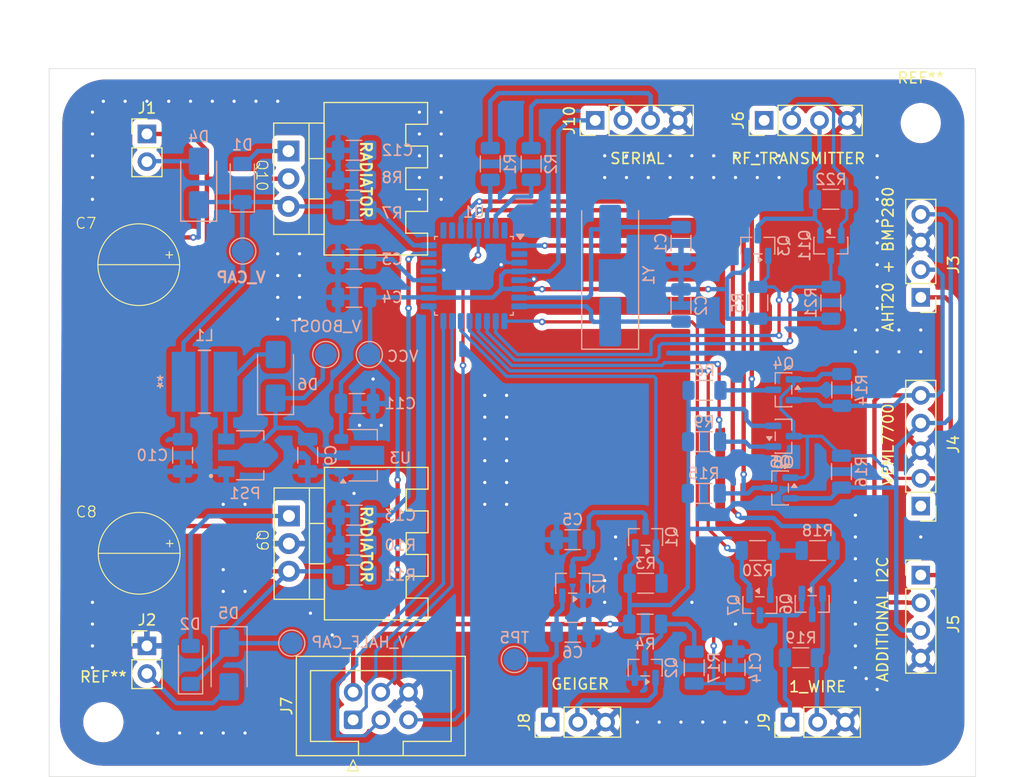
<source format=kicad_pcb>
(kicad_pcb (version 20241229) (generator "pcbnew") (generator_version "9.0")
  (layers (0 "F.Cu" signal) (2 "B.Cu" signal) (13 "F.Paste" user) (15 "B.Paste" user) (5 "F.SilkS" user "F.Silkscreen") (7 "B.SilkS" user "B.Silkscreen") (1 "F.Mask" user) (3 "B.Mask" user) (25 "Edge.Cuts" user))
  (net 0 "")
  (net 1 "Net-(U1-XTAL1{slash}PB6)")
  (net 2 "GND")
  (net 3 "Net-(U1-XTAL2{slash}PB7)")
  (net 4 "Net-(U1-AREF)")
  (net 5 "/VCC")
  (net 6 "Net-(Q1-D)")
  (net 7 "/V_CAP")
  (net 8 "/V_HALF_CAP")
  (net 9 "Net-(D6-K)")
  (net 10 "/A0")
  (net 11 "/A1")
  (net 12 "Net-(D1-A)")
  (net 13 "Net-(D2-A)")
  (net 14 "Net-(D4-A)")
  (net 15 "Net-(D5-A)")
  (net 16 "Net-(D6-A)")
  (net 17 "/D4")
  (net 18 "/VCC_GEIGER")
  (net 19 "/D5{slash}T1")
  (net 22 "/RX")
  (net 23 "/D0{slash}RX")
  (net 24 "/D1{slash}TX")
  (net 25 "/TX")
  (net 26 "/D13{slash}SCK")
  (net 27 "/A3")
  (net 28 "/SDA")
  (net 29 "/D6")
  (net 30 "/A2")
  (net 31 "/A6")
  (net 32 "/D10")
  (net 33 "/D2")
  (net 34 "/D9")
  (net 35 "/D8")
  (net 36 "/~{RESET}")
  (net 37 "/SCL")
  (net 38 "/A7")
  (net 39 "/D11{slash}MOSI")
  (net 40 "/VCC_RF")
  (net 41 "/D12{slash}MISO")
  (net 42 "/VCC_I2C")
  (net 43 "/SCL_SHIFTED")
  (net 44 "/SDA_SHIFTED")
  (net 45 "/RF_DATA_SHIFTED")
  (net 46 "/GEIGER_IN")
  (net 47 "/1_WIRE_SHIFTED")
  (net 48 "/VCC_1_WIRE")
  (net 49 "Net-(Q2-C)")
  (net 50 "/1_WIRE")
  (net 51 "/D7")
  (footprint "Connector_PinHeader_2.54mm:PinHeader_1x03_P2.54mm_Vertical" (layer "F.Cu") (at 157 85 90)
    (property "Reference" "J9")
    (property "Value" "1_WIRE")
  )
  (footprint "Connector_PinHeader_2.54mm:PinHeader_1x04_P2.54mm_Vertical" (layer "F.Cu") (at 139.13 29.75 90)
    (property "Reference" "J10")
    (property "Value" "SERIAL")
  )
  (footprint "Project Elements:Super Capacitor" (layer "F.Cu") (at 94.75 39.2)
    (property "Reference" "C7")
    (property "Value" "500F")
  )
  (footprint "Connector_PinHeader_2.54mm:PinHeader_1x04_P2.54mm_Vertical" (layer "F.Cu") (at 169 71.5)
    (property "Reference" "J5")
    (property "Value" "ADDITIONAL I2C")
  )
  (footprint "Connector_IDC:IDC-Header_2x03_P2.54mm_Vertical" (layer "F.Cu") (at 116.92 84.79 90)
    (property "Reference" "J7")
    (property "Value" "AVR-ISP-6")
  )
  (footprint "Project Elements:TO-220-3_Vertical+Radiator" (layer "F.Cu") (at 114.25 30 -90)
    (property "Reference" "Q10")
    (property "Value" "2SC1945")
  )
  (footprint "Project Modules:ATH20 + BMP280" (layer "F.Cu") (at 169 46 180)
    (property "Reference" "J3")
    (property "Value" "AHT20 + BMP280")
  )
  (footprint "Project Elements:Super Capacitor" (layer "F.Cu") (at 94.7875 65.7)
    (property "Reference" "C8")
    (property "Value" "500F")
  )
  (footprint "MountingHole:MountingHole_3.2mm_M3" (layer "F.Cu") (at 94 85)
    (property "Reference" "REF**")
    (property "Value" "MountingHole_3.2mm_M3")
  )
  (footprint "MountingHole:MountingHole_3.2mm_M3" (layer "F.Cu") (at 169 30)
    (property "Reference" "REF**")
    (property "Value" "MountingHole_3.2mm_M3")
  )
  (footprint "Project Modules:VEML7700" (layer "F.Cu") (at 169 65.16 180)
    (property "Reference" "J4")
    (property "Value" "VEML7700")
  )
  (footprint "Connector_PinHeader_2.54mm:PinHeader_1x02_P2.54mm_Vertical" (layer "F.Cu") (at 98 78)
    (property "Reference" "J2")
    (property "Value" "PV_IN_2")
  )
  (footprint "Project Modules:RF_TRANSMITTER" (layer "F.Cu") (at 154.63 29.75 90)
    (property "Reference" "J6")
    (property "Value" "RF_TRANSMITTER")
  )
  (footprint "Project Elements:TO-220-3_Vertical+Radiator" (layer "F.Cu") (at 114.2875 63.5 -90)
    (property "Reference" "Q9")
    (property "Value" "2SC1945")
  )
  (footprint "Connector_PinHeader_2.54mm:PinHeader_1x02_P2.54mm_Vertical" (layer "F.Cu") (at 98 31)
    (property "Reference" "J1")
    (property "Value" "PV_IN_1")
  )
  (footprint "Connector_PinHeader_2.54mm:PinHeader_1x03_P2.54mm_Vertical" (layer "F.Cu") (at 135 85 90)
    (property "Reference" "J8")
    (property "Value" "GEIGER")
  )
  (footprint "Resistor_SMD:R_1206_3216Metric" (layer "B.Cu") (at 129.5 33.75 90)
    (property "Reference" "R1")
    (property "Value" "R_Small")
  )
  (footprint "TestPoint:TestPoint_Pad_D2.0mm" (layer "B.Cu") (at 118.40625 51.25 180)
    (property "Reference" "TP4" (hide yes))
    (property "Value" "VCC_TP")
  )
  (footprint "Resistor_SMD:R_1206_3216Metric" (layer "B.Cu") (at 154.0375 69.25)
    (property "Reference" "R20")
    (property "Value" "10k")
  )
  (footprint "Package_TO_SOT_SMD:SOT-23-3" (layer "B.Cu") (at 137.0625 72.25 90)
    (property "Reference" "U2")
    (property "Value" "XC6206PxxxMR")
  )
  (footprint "Resistor_SMD:R_1206_3216Metric" (layer "B.Cu") (at 159.5375 69.25 180)
    (property "Reference" "R18")
    (property "Value" "10k")
  )
  (footprint "Package_TO_SOT_SMD:SOT-23" (layer "B.Cu") (at 143.7125 80 90)
    (property "Reference" "Q2")
    (property "Value" "BC846")
  )
  (footprint "Resistor_SMD:R_1206_3216Metric" (layer "B.Cu") (at 160.75 37 180)
    (property "Reference" "R22")
    (property "Value" "10k")
  )
  (footprint "Resistor_SMD:R_1206_3216Metric" (layer "B.Cu") (at 158 79.0875 180)
    (property "Reference" "R19")
    (property "Value" "10k")
  )
  (footprint "Package_TO_SOT_SMD:SOT-23" (layer "B.Cu") (at 160.75 41.25 -90)
    (property "Reference" "Q11")
    (property "Value" "AO3400A")
  )
  (footprint "Capacitor_SMD:C_1206_3216Metric" (layer "B.Cu") (at 101.275 60.5 90)
    (property "Reference" "C10")
    (property "Value" "10u")
  )
  (footprint "TestPoint:TestPoint_Pad_D2.0mm" (layer "B.Cu") (at 114.40625 51.25 180)
    (property "Reference" "TP3" (hide yes))
    (property "Value" "V_BOOST_TP")
  )
  (footprint "Package_TO_SOT_SMD:SOT-23" (layer "B.Cu") (at 156.09375 63.5 180)
    (property "Reference" "Q5")
    (property "Value" "AO3400A")
  )
  (footprint "Package_TO_SOT_SMD:SOT-23" (layer "B.Cu") (at 154.2375 74.25 -90)
    (property "Reference" "Q7")
    (property "Value" "AO3401A")
  )
  (footprint "Package_TO_SOT_SMD:SOT-23" (layer "B.Cu") (at 159.0375 74.15 -90)
    (property "Reference" "Q6")
    (property "Value" "AO3400A")
  )
  (footprint "Resistor_SMD:R_1206_3216Metric" (layer "B.Cu") (at 133.25 33.75 90)
    (property "Reference" "R2")
    (property "Value" "R_Small")
  )
  (footprint "Capacitor_SMD:C_1206_3216Metric" (layer "B.Cu") (at 147 46.75 90)
    (property "Reference" "C2")
    (property "Value" "C_Small")
  )
  (footprint "TestPoint:TestPoint_Pad_D2.0mm" (layer "B.Cu") (at 131.7125 79.25 180)
    (property "Reference" "TP5")
    (property "Value" "VCC_GEIGER_TP")
  )
  (footprint "Package_QFP:TQFP-32_7x7mm_P0.8mm" (layer "B.Cu") (at 128 44.0225 180)
    (property "Reference" "U1")
    (property "Value" "ATmega328P-A")
  )
  (footprint "Package_TO_SOT_SMD:SOT-23" (layer "B.Cu") (at 154.05 41.25 90)
    (property "Reference" "Q3")
    (property "Value" "AO3401A")
  )
  (footprint "Package_TO_SOT_SMD:SOT-23" (layer "B.Cu") (at 156.40625 58.75)
    (property "Reference" "Q8")
    (property "Value" "AO3401A")
  )
  (footprint "Capacitor_SMD:C_1206_3216Metric" (layer "B.Cu") (at 151.9625 80 90)
    (property "Reference" "C14")
    (property "Value" "1u")
  )
  (footprint "Package_TO_SOT_SMD:SOT-89-3" (layer "B.Cu") (at 117.775 60.5)
    (property "Reference" "U3")
    (property "Value" "HT75xx-1-SOT89")
  )
  (footprint "Package_TO_SOT_SMD:SOT-23" (layer "B.Cu") (at 156.40625 54.4875 180)
    (property "Reference" "Q4")
    (property "Value" "AO3400A")
  )
  (footprint "Capacitor_SMD:C_1206_3216Metric" (layer "B.Cu") (at 117 46 180)
    (property "Reference" "C4")
    (property "Value" "C_Small")
  )
  (footprint "TestPoint:TestPoint_Pad_D2.0mm" (layer "B.Cu") (at 111.2875 77.75 180)
    (property "Reference" "TP1" (hide yes))
    (property "Value" "V_HALF_CAP_TP")
  )
  (footprint "Capacitor_SMD:C_1206_3216Metric" (layer "B.Cu") (at 117 32.5)
    (property "Reference" "C12")
    (property "Value" "100n")
  )
  (footprint "Package_TO_SOT_SMD:SOT-23" (layer "B.Cu") (at 143.75 68 90)
    (property "Reference" "Q1")
    (property "Value" "AO3401A")
  )
  (footprint "Crystal:Crystal_SMD_HC49-SD" (layer "B.Cu") (at 140.5 44 90)
    (property "Reference" "Y1")
    (property "Value" "Crystal_Small")
  )
  (footprint "Capacitor_SMD:C_1206_3216Metric" (layer "B.Cu") (at 117 42.5)
    (property "Reference" "C3")
    (property "Value" "C_Small")
  )
  (footprint "Resistor_SMD:R_1206_3216Metric" (layer "B.Cu") (at 161.75 54.5 90)
    (property "Reference" "R14")
    (property "Value" "10k")
  )
  (footprint "Diode_SMD:D_SMA" (layer "B.Cu") (at 105.5375 79.75 -90)
    (property "Reference" "D5")
    (property "Value" "SS34")
  )
  (footprint "Diode_SMD:D_SMA" (layer "B.Cu") (at 109.8 53.25 90)
    (property "Reference" "D6")
    (property "Value" "SS34")
  )
  (footprint "Capacitor_SMD:C_1206_3216Metric" (layer "B.Cu") (at 117.0375 66)
    (property "Reference" "C13")
    (property "Value" "100n")
  )
  (footprint "Resistor_SMD:R_1206_3216Metric" (layer "B.Cu") (at 143.7125 76)
    (property "Reference" "R4")
    (property "Value" "10k")
  )
  (footprint "Resistor_SMD:R_1206_3216Metric" (layer "B.Cu") (at 149.09375 64 180)
    (property "Reference" "R15")
    (property "Value" "10k")
  )
  (footprint "Resistor_SMD:R_1206_3216Metric" (layer "B.Cu") (at 117 35.25)
    (property "Reference" "R8")
    (property "Value" "R_Small")
  )
  (footprint "Diode_SMD:D_SMA" (layer "B.Cu") (at 102.75 35.5 90)
    (property "Reference" "D4")
    (property "Value" "SS34")
  )
  (footprint "Resistor_SMD:R_1206_3216Metric" (layer "B.Cu") (at 154.05 46.5 -90)
    (property "Reference" "R5")
    (property "Value" "10k")
  )
  (footprint "Resistor_SMD:R_1206_3216Metric" (layer "B.Cu") (at 160.75 46.5 -90)
    (property "Reference" "R21")
    (property "Value" "10k")
  )
  (footprint "Capacitor_SMD:C_1206_3216Metric" (layer "B.Cu") (at 112.75 60.5 90)
    (property "Reference" "C9")
    (property "Value" "10u")
  )
  (footprint "Resistor_SMD:R_1206_3216Metric" (layer "B.Cu") (at 161.725 62 90)
    (property "Reference" "R16")
    (property "Value" "10k")
  )
  (footprint "Resistor_SMD:R_1206_3216Metric" (layer "B.Cu") (at 117.0375 38 180)
    (property "Reference" "R7")
    (property "Value" "R_Small")
  )
  (footprint "Resistor_SMD:R_1206_3216Metric" (layer "B.Cu") (at 117.0375 71.5 180)
    (property "Reference" "R10")
    (property "Value" "R_Small")
  )
  (footprint "Capacitor_SMD:C_1206_3216Metric" (layer "B.Cu") (at 117.275 55.75 180)
    (property "Reference" "C11")
    (property "Value" "10u")
  )
  (footprint "Capacitor_SMD:C_1206_3216Metric" (layer "B.Cu") (at 137.0625 68.25 180)
    (property "Reference" "C5")
    (property "Value" "10u")
  )
  (footprint "Resistor_SMD:R_1206_3216Metric" (layer "B.Cu") (at 149.15625 54.5375 180)
    (property "Reference" "R6")
    (property "Value" "10k")
  )
  (footprint "TestPoint:TestPoint_Pad_D2.0mm" (layer "B.Cu") (at 106.7875 41.75 180)
    (property "Reference" "TP2" (hide yes))
    (property "Value" "V_CAP_TP")
  )
  (footprint "ME2108A33P:CONV_ME2108A33P" (layer "B.Cu") (at 107.275 60.5)
    (property "Reference" "PS1")
    (property "Value" "ME2108A33P")
  )
  (footprint "Diode_SMD:D_MiniMELF" (layer "B.Cu") (at 106.75 35.5 90)
    (property "Reference" "D1")
    (property "Value" "D_Zener")
  )
  (footprint "Resistor_SMD:R_1206_3216Metric" (layer "B.Cu") (at 149.11875 59.25 180)
    (property "Reference" "R9")
    (property "Value" "10k")
  )
  (footprint "Resistor_SMD:R_1206_3216Metric" (layer "B.Cu") (at 143.75 72.25 180)
    (property "Reference" "R3")
    (property "Value" "10k")
  )
  (footprint "Resistor_SMD:R_1206_3216Metric" (layer "B.Cu") (at 117.0375 68.75)
    (property "Reference" "R11")
    (property "Value" "R_Small")
  )
  (footprint "Capacitor_SMD:C_1206_3216Metric" (layer "B.Cu") (at 147 41.025 -90)
    (property "Reference" "C1")
    (property "Value" "C_Small")
  )
  (footprint "CD54:IND_CD54_SUM" (layer "B.Cu") (at 103.275 53.75)
    (property "Reference" "L1")
    (property "Value" "L")
  )
  (footprint "Capacitor_SMD:C_1206_3216Metric" (layer "B.Cu") (at 137.0625 76.75)
    (property "Reference" "C6")
    (property "Value" "10u")
  )
  (footprint "Resistor_SMD:R_1206_3216Metric" (layer "B.Cu") (at 148.2125 80 90)
    (property "Reference" "R17")
    (property "Value" "47k")
  )
  (footprint "Diode_SMD:D_MiniMELF" (layer "B.Cu") (at 102 79.75 90)
    (property "Reference" "D2")
    (property "Value" "D_Zener")
  )
  (gr_rect (start 89.025 25) (end 174.025 90) (stroke (width 0.05)) (fill no) (layer "Edge.Cuts"))
  (gr_text "VCC" (at 123 52 0) (layer "B.SilkS") (effects (font (size 1 1) (thickness 0.15) (bold yes)) (justify left bottom mirror)))
  (gr_text "V_BOOST" (at 117.75 49.25 0) (layer "B.SilkS") (effects (font (size 1 1) (thickness 0.15) (bold yes)) (justify left bottom mirror)))
  (gr_text "V_HALF_CAP" (at 122 78.25 0) (layer "B.SilkS") (effects (font (size 1 1)) (justify left bottom mirror)))
  (gr_text "V_CAP" (at 109 44.75 0) (layer "B.SilkS") (effects (font (size 1 1) (thickness 0.2)) (justify left bottom mirror)))
  (segment (start 138.477499 46.022501) (end 132.1625 46.022501) (width 0.4) (layer "B.Cu") (net 1))
  (segment (start 140.7 39.55) (end 140.5 39.75) (width 0.4) (layer "B.Cu") (net 1))
  (segment (start 138.75 39.75) (end 138.75 45.75) (width 0.4) (layer "B.Cu") (net 1))
  (segment (start 147 39.55) (end 140.7 39.55) (width 0.4) (layer "B.Cu") (net 1))
  (segment (start 140.5 39.75) (end 138.75 39.75) (width 0.4) (layer "B.Cu") (net 1))
  (segment (start 138.75 45.75) (end 138.477499 46.022501) (width 0.4) (layer "B.Cu") (net 1))
  (via (at 133.5 44.3225) (size 0.6) (drill 0.3) (layers "F.Cu" "B.Cu") (net 2))
  (via (at 93 37) (size 0.6) (drill 0.3) (layers "F.Cu" "B.Cu") (net 2))
  (via (at 163 70) (size 0.6) (drill 0.3) (layers "F.Cu" "B.Cu") (net 2))
  (via (at 152 76) (size 0.6) (drill 0.3) (layers "F.Cu" "B.Cu") (net 2))
  (via (at 144 33) (size 0.6) (drill 0.3) (layers "F.Cu" "B.Cu") (net 2))
  (via (at 93 33) (size 0.6) (drill 0.3) (layers "F.Cu" "B.Cu") (net 2))
  (via (at 125 33) (size 0.6) (drill 0.3) (layers "F.Cu" "B.Cu") (net 2))
  (via (at 131 55) (size 0.6) (drill 0.3) (layers "F.Cu" "B.Cu") (net 2))
  (via (at 165 35) (size 0.6) (drill 0.3) (layers "F.Cu" "B.Cu") (net 2))
  (via (at 102 28) (size 0.6) (drill 0.3) (layers "F.Cu" "B.Cu") (net 2))
  (via (at 163 51) (size 0.6) (drill 0.3) (layers "F.Cu" "B.Cu") (net 2))
  (via (at 163 76) (size 0.6) (drill 0.3) (layers "F.Cu" "B.Cu") (net 2))
  (via (at 163 66) (size 0.6) (drill 0.3) (layers "F.Cu" "B.Cu") (net 2))
  (via (at 156 35) (size 0.6) (drill 0.3) (layers "F.Cu" "B.Cu") (net 2))
  (via (at 163 80) (size 0.6) (drill 0.3) (layers "F.Cu" "B.Cu") (net 2))
  (via (at 169 51) (size 0.6) (drill 0.3) (layers "F.Cu" "B.Cu") (net 2))
  (via (at 106 28) (size 0.6) (drill 0.3) (layers "F.Cu" "B.Cu") (net 2))
  (via (at 93 80) (size 0.6) (drill 0.3) (layers "F.Cu" "B.Cu") (net 2))
  (via (at 154 33) (size 0.6) (drill 0.3) (layers "F.Cu" "B.Cu") (net 2))
  (via (at 131 59) (size 0.6) (drill 0.3) (layers "F.Cu" "B.Cu") (net 2))
  (via (at 163 74) (size 0.6) (drill 0.3) (layers "F.Cu" "B.Cu") (net 2))
  (via (at 125 35) (size 0.6) (drill 0.3) (layers "F.Cu" "B.Cu") (net 2))
  (via (at 107 73) (size 0.6) (drill 0.3) (layers "F.Cu" "B.Cu") (net 2))
  (via (at 93 31) (size 0.6) (drill 0.3) (layers "F.Cu" "B.Cu") (net 2))
  (via (at 131 65) (size 0.6) (drill 0.3) (layers "F.Cu" "B.Cu") (net 2))
  (via (at 108 28) (size 0.6) (drill 0.3) (layers "F.Cu" "B.Cu") (net 2))
  (via (at 150 33) (size 0.6) (drill 0.3) (layers "F.Cu" "B.Cu") (net 2))
  (via (at 112 42) (size 0.6) (drill 0.3) (layers "F.Cu" "B.Cu") (net 2))
  (via (at 125 31) (size 0.6) (drill 0.3) (layers "F.Cu" "B.Cu") (net 2))
  (via (at 152 33) (size 0.6) (drill 0.3) (layers "F.Cu" "B.Cu") (net 2))
  (via (at 148 33) (size 0.6) (drill 0.3) (layers "F.Cu" "B.Cu") (net 2))
  (via (at 129 59) (size 0.6) (drill 0.3) (layers "F.Cu" "B.Cu") (net 2))
  (via (at 165 43) (size 0.6) (drill 0.3) (layers "F.Cu" "B.Cu") (net 2))
  (via (at 117.5 57.75) (size 0.6) (drill 0.3) (layers "F.Cu" "B.Cu") (net 2))
  (via (at 141 70) (size 0.6) (drill 0.3) (layers "F.Cu" "B.Cu") (net 2))
  (via (at 165 47) (size 0.6) (drill 0.3) (layers "F.Cu" "B.Cu") (net 2))
  (via (at 167 49) (size 0.6) (drill 0.3) (layers "F.Cu" "B.Cu") (net 2))
  (via (at 140 35) (size 0.6) (drill 0.3) (layers "F.Cu" "B.Cu") (net 2))
  (via (at 163 78) (size 0.6) (drill 0.3) (layers "F.Cu" "B.Cu") (net 2))
  (via (at 154 35) (size 0.6) (drill 0.3) (layers "F.Cu" "B.Cu") (net 2))
  (via (at 147 85) (size 0.6) (drill 0.3) (layers "F.Cu" "B.Cu") (net 2))
  (via (at 163 68) (size 0.6) (drill 0.3) (layers "F.Cu" "B.Cu") (net 2))
  (via (at 165 45) (size 0.6) (drill 0.3) (layers "F.Cu" "B.Cu") (net 2))
  (via (at 125.25 43.5) (size 0.6) (drill 0.3) (layers "F.Cu" "B.Cu") (net 2))
  (via (at 129 57) (size 0.6) (drill 0.3) (layers "F.Cu" "B.Cu") (net 2))
  (via (at 110 48) (size 0.6) (drill 0.3) (layers "F.Cu" "B.Cu") (net 2))
  (via (at 129 63) (size 0.6) (drill 0.3) (layers "F.Cu" "B.Cu") (net 2))
  (via (at 142 33) (size 0.6) (drill 0.3) (layers "F.Cu" "B.Cu") (net 2))
  (via (at 165 41) (size 0.6) (drill 0.3) (layers "F.Cu" "B.Cu") (net 2))
  (via (at 141 68) (size 0.6) (drill 0.3) (layers "F.Cu" "B.Cu") (net 2))
  (via (at 140 33) (size 0.6) (drill 0.3) (layers "F.Cu" "B.Cu") (net 2))
  (via (at 93 29) (size 0.6) (drill 0.3) (layers "F.Cu" "B.Cu") (net 2))
  (via (at 125 37) (size 0.6) (drill 0.3) (layers "F.Cu" "B.Cu") (net 2))
  (via (at 123 37) (size 0.6) (drill 0.3) (layers "F.Cu" "B.Cu") (net 2))
  (via (at 112 48) (size 0.6) (drill 0.3) (layers "F.Cu" "B.Cu") (net 2))
  (via (at 165 51) (size 0.6) (drill 0.3) (layers "F.Cu" "B.Cu") (net 2))
  (via (at 129 61) (size 0.6) (drill 0.3) (layers "F.Cu" "B.Cu") (net 2))
  (via (at 110 44) (size 0.6) (drill 0.3) (layers "F.Cu" "B.Cu") (net 2))
  (via (at 146 33) (size 0.6) (drill 0.3) (layers "F.Cu" "B.Cu") (net 2))
  (via (at 96 28) (size 0.6) (drill 0.3) (layers "F.Cu" "B.Cu") (net 2))
  (via (at 163 49) (size 0.6) (drill 0.3) (layers "F.Cu" "B.Cu") (net 2))
  (via (at 107 65) (size 0.6) (drill 0.3) (layers "F.Cu" "B.Cu") (net 2))
  (via (at 144 35) (size 0.6) (drill 0.3) (layers "F.Cu" "B.Cu") (net 2))
  (via (at 130.5 43) (size 0.6) (drill 0.3) (layers "F.Cu" "B.Cu") (net 2))
  (via (at 169 49) (size 0.6) (drill 0.3) (layers "F.Cu" "B.Cu") (net 2))
  (via (at 110 42) (size 0.6) (drill 0.3) (layers "F.Cu" "B.Cu") (net 2))
  (via (at 165 33) (size 0.6) (drill 0.3) (layers "F.Cu" "B.Cu") (net 2))
  (via (at 156 33) (size 0.6) (drill 0.3) (layers "F.Cu" "B.Cu") (net 2))
  (via (at 165 39) (size 0.6) (drill 0.3) (layers "F.Cu" "B.Cu") (net 2))
  (via (at 148 74) (size 0.6) (drill 0.3) (layers "F.Cu" "B.Cu") (net 2))
  (via (at 101 86) (size 0.6) (drill 0.3) (layers "F.Cu" "B.Cu") (net 2))
  (via (at 105 71) (size 0.6) (drill 0.3) (layers "F.Cu" "B.Cu") (net 2))
  (via (at 140 74) (size 0.6) (drill 0.3) (layers "F.Cu" "B.Cu") (net 2))
  (via (at 105 73) (size 0.6) (drill 0.3) (layers "F.Cu" "B.Cu") (net 2))
  (via (at 105 65) (size 0.6) (drill 0.3) (layers "F.Cu" "B.Cu") (net 2))
  (via (at 153 85) (size 0.6) (drill 0.3) (layers "F.Cu" "B.Cu") (net 2))
  (via (at 125 29) (size 0.6) (drill 0.3) (layers "F.Cu" "B.Cu") (net 2))
  (via (at 100 28) (size 0.6) (drill 0.3) (layers "F.Cu" "B.Cu") (net 2))
  (via (at 104 28) (size 0.6) (drill 0.3) (layers "F.Cu" "B.Cu") (net 2))
  (via (at 123 29) (size 0.6) (drill 0.3) (layers "F.Cu" "B.Cu") (net 2))
  (via (at 129 55) (size 0.6) (drill 0.3) (layers "F.Cu" "B.Cu") (net 2))
  (via (at 110 28) (size 0.6) (drill 0.3) (layers "F.Cu" "B.Cu") (net 2))
  (via (at 149 85) (size 0.6) (drill 0.3) (layers "F.Cu" "B.Cu") (net 2))
  (via (at 113 75) (size 0.6) (drill 0.3) (layers "F.Cu" "B.Cu") (net 2))
  (via (at 143 85) (size 0.6) (drill 0.3) (layers "F.Cu" "B.Cu") (net 2))
  (via (at 165 82) (size 0.6) (drill 0.3) (layers "F.Cu" "B.Cu") (net 2))
  (via (at 123 33) (size 0.6) (drill 0.3) (layers "F.Cu" "B.Cu") (net 2))
  (via (at 164 81) (size 0.6) (drill 0.3) (layers "F.Cu" "B.Cu") (net 2))
  (via (at 145 85) (size 0.6) (drill 0.3) (layers "F.Cu" "B.Cu") (net 2))
  (via (at 142 35) (size 0.6) (drill 0.3) (layers "F.Cu" "B.Cu") (net 2))
  (via (at 148 35) (size 0.6) (drill 0.3) (layers "F.Cu" "B.Cu") (net 2))
  (via (at 118.75 53.5) (size 0.6) (drill 0.3) (layers "F.Cu" "B.Cu") (net 2))
  (via (at 123 35) (size 0.6) (drill 0.3) (layers "F.Cu" "B.Cu") (net 2))
  (via (at 112 46) (size 0.6) (drill 0.3) (layers "F.Cu" "B.Cu") (net 2))
  (via (at 110 46) (size 0.6) (drill 0.3) (layers "F.Cu" "B.Cu") (net 2))
  (via (at 103 86) (size 0.6) (drill 0.3) (layers "F.Cu" "B.Cu") (net 2))
  (via (at 163 72) (size 0.6) (drill 0.3) (layers "F.Cu" "B.Cu") (net 2))
  (via (at 94 28) (size 0.6) (drill 0.3) (layers "F.Cu" "B.Cu") (net 2))
  (via (at 131 57) (size 0.6) (drill 0.3) (layers "F.Cu" "B.Cu") (net 2))
  (via (at 112 44) (size 0.6) (drill 0.3) (layers "F.Cu" "B.Cu") (net 2))
  (via (at 131 61) (size 0.6) (drill 0.3) (layers "F.Cu" "B.Cu") (net 2))
  (via (at 99 86) (size 0.6) (drill 0.3) (layers "F.Cu" "B.Cu") (net 2))
  (via (at 151 85) (size 0.6) (drill 0.3) (layers "F.Cu" "B.Cu") (net 2))
  (via (at 150 35) (size 0.6) (drill 0.3) (layers "F.Cu" "B.Cu") (net 2))
  (via (at 165 37) (size 0.6) (drill 0.3) (layers "F.Cu" "B.Cu") (net 2))
  (via (at 93 74) (size 0.6) (drill 0.3) (layers "F.Cu" "B.Cu") (net 2))
  (via (at 117 64) (size 0.6) (drill 0.3) (layers "F.Cu" "B.Cu") (net 2))
  (via (at 146 35) (size 0.6) (drill 0.3) (layers "F.Cu" "B.Cu") (net 2))
  (via (at 129 65) (size 0.6) (drill 0.3) (layers "F.Cu" "B.Cu") (net 2))
  (via (at 93 76) (size 0.6) (drill 0.3) (layers "F.Cu" "B.Cu") (net 2))
  (via (at 93 35) (size 0.6) (drill 0.3) (layers "F.Cu" "B.Cu") (net 2))
  (via (at 115 77) (size 0.6) (drill 0.3) (layers "F.Cu" "B.Cu") (net 2))
  (via (at 123 31) (size 0.6) (drill 0.3) (layers "F.Cu" "B.Cu") (net 2))
  (via (at 165 49) (size 0.6) (drill 0.3) (layers "F.Cu" "B.Cu") (net 2))
  (via (at 119.5 57.75) (size 0.6) (drill 0.3) (layers "F.Cu" "B.Cu") (net 2))
  (via (at 93 78) (size 0.6) (drill 0.3) (layers "F.Cu" "B.Cu") (net 2))
  (via (at 105 86) (size 0.6) (drill 0.3) (layers "F.Cu" "B.Cu") (net 2))
  (via (at 140 72) (size 0.6) (drill 0.3) (layers "F.Cu" "B.Cu") (net 2))
  (via (at 98 28) (size 0.6) (drill 0.3) (layers "F.Cu" "B.Cu") (net 2))
  (via (at 107 86) (size 0.6) (drill 0.3) (layers "F.Cu" "B.Cu") (net 2))
  (via (at 169 68) (size 0.6) (drill 0.3) (layers "F.Cu" "B.Cu") (net 2))
  (via (at 131 63) (size 0.6) (drill 0.3) (layers "F.Cu" "B.Cu") (net 2))
  (via (at 167 51) (size 0.6) (drill 0.3) (layers "F.Cu" "B.Cu") (net 2))
  (via (at 152 35) (size 0.6) (drill 0.3) (layers "F.Cu" "B.Cu") (net 2))
  (segment (start 125.1275 43.6225) (end 125.25 43.5) (width 0.3) (layer "B.Cu") (net 2))
  (segment (start 130.6775 42.8225) (end 130.5 43) (width 0.3) (layer "B.Cu") (net 2))
  (segment (start 138.0125 73.3875) (end 138.0125 74.55) (width 0.4) (layer "B.Cu") (net 2))
  (segment (start 133.4 44.4225) (end 133.5 44.3225) (width 0.3) (layer "B.Cu") (net 2))
  (segment (start 138.0125 74.55) (end 138.5375 75.075) (width 0.4) (layer "B.Cu") (net 2))
  (segment (start 132.1625 44.4225) (end 133.4 44.4225) (width 0.3) (layer "B.Cu") (net 2))
  (segment (start 138.5375 75.075) (end 138.5375 76.75) (width 0.4) (layer "B.Cu") (net 2))
  (segment (start 132.1625 42.8225) (end 130.6775 42.8225) (width 0.3) (layer "B.Cu") (net 2))
  (segment (start 123.8375 43.6225) (end 125.1275 43.6225) (width 0.3) (layer "B.Cu") (net 2))
  (segment (start 138.3225 46.8225) (end 132.1625 46.8225) (width 0.4) (layer "B.Cu") (net 3))
  (segment (start 138.75 47.25) (end 138.3225 46.8225) (width 0.4) (layer "B.Cu") (net 3))
  (segment (start 140.5 48.25) (end 139 48.25) (width 0.4) (layer "B.Cu") (net 3))
  (segment (start 138.75 48) (end 138.75 47.25) (width 0.4) (layer "B.Cu") (net 3))
  (segment (start 140.525 48.225) (end 140.5 48.25) (width 0.4) (layer "B.Cu") (net 3))
  (segment (start 147 48.225) (end 140.525 48.225) (width 0.4) (layer "B.Cu") (net 3))
  (segment (start 139 48.25) (end 138.75 48) (width 0.4) (layer "B.Cu") (net 3))
  (segment (start 120.5 42.5) (end 122.4225 44.4225) (width 0.4) (layer "B.Cu") (net 4))
  (segment (start 122.4225 44.4225) (end 123.8375 44.4225) (width 0.4) (layer "B.Cu") (net 4))
  (segment (start 118.475 42.5) (end 120.5 42.5) (width 0.4) (layer "B.Cu") (net 4))
  (segment (start 121 62.75) (end 121 69) (width 0.4) (layer "F.Cu") (net 5))
  (segment (start 121 69) (end 121 71) (width 0.4) (layer "F.Cu") (net 5))
  (segment (start 121 76) (end 119 76) (width 0.4) (layer "F.Cu") (net 5))
  (segment (start 140.5 76) (end 121 76) (width 0.4) (layer "F.Cu") (net 5))
  (segment (start 119 76) (end 116.92 78.08) (width 0.4) (layer "F.Cu") (net 5))
  (segment (start 121 71) (end 121 76) (width 0.4) (layer "F.Cu") (net 5))
  (segment (start 134.25 45.25) (end 149.5 45.25) (width 0.4) (layer "F.Cu") (net 5))
  (segment (start 116.92 78.08) (end 116.92 82.25) (width 0.4) (layer "F.Cu") (net 5))
  (via (at 121 62.75) (size 0.6) (drill 0.3) (layers "F.Cu" "B.Cu") (net 5))
  (via (at 134.25 45.25) (size 0.6) (drill 0.3) (layers "F.Cu" "B.Cu") (net 5))
  (via (at 149.5 45.25) (size 0.6) (drill 0.3) (layers "F.Cu" "B.Cu") (net 5))
  (via (at 140.5 76) (size 0.6) (drill 0.3) (layers "F.Cu" "B.Cu") (net 5))
  (via (at 121 71) (size 0.6) (drill 0.3) (layers "F.Cu" "B.Cu") (net 5))
  (via (at 121 69) (size 0.6) (drill 0.3) (layers "F.Cu" "B.Cu") (net 5))
  (segment (start 121 53.5) (end 121 62.75) (width 0.4) (layer "B.Cu") (net 5))
  (segment (start 147.65625 63.975) (end 147.63125 64) (width 0.3) (layer "B.Cu") (net 5))
  (segment (start 142.2875 74.25) (end 146 74.25) (width 0.4) (layer "B.Cu") (net 5))
  (segment (start 132.1625 45.2225) (end 134.2225 45.2225) (width 0.4) (layer "B.Cu") (net 5))
  (segment (start 134.2225 45.2225) (end 134.25 45.25) (width 0.4) (layer "B.Cu") (net 5))
  (segment (start 149.5 45.25) (end 151.25 45.25) (width 0.4) (layer "B.Cu") (net 5))
  (segment (start 129.727499 46.022501) (end 130.5 45.25) (width 0.4) (layer "B.Cu") (net 5))
  (segment (start 142.2875 75.9625) (end 142.25 76) (width 0.4) (layer "B.Cu") (net 5))
  (segment (start 153 57.25) (end 153.55 57.8) (width 0.4) (layer "B.Cu") (net 5))
  (segment (start 151.25 47.9625) (end 154.05 47.9625) (width 0.4) (layer "B.Cu") (net 5))
  (segment (start 135.75 42.75) (end 134.8775 43.6225) (width 0.4) (layer "B.Cu") (net 5))
  (segment (start 151.25 45.25) (end 151.25 47.9625) (width 0.4) (layer "B.Cu") (net 5))
  (segment (start 123.8375 46.022501) (end 129.727499 46.022501) (width 0.4) (layer "B.Cu") (net 5))
  (segment (start 118.475 46) (end 118.475 51.18125) (width 0.4) (layer "B.Cu") (net 5))
  (segment (start 152.5 43.75) (end 151.75 43.75) (width 0.4) (layer "B.Cu") (net 5))
  (segment (start 151.75 43.75) (end 151.25 44.25) (width 0.4) (layer "B.Cu") (net 5))
  (segment (start 118.40625 51.25) (end 118.75 51.25) (width 0.4) (layer "B.Cu") (net 5))
  (segment (start 135.75 30.75) (end 135.75 42.75) (width 0.4) (layer "B.Cu") (net 5))
  (segment (start 118.475 46) (end 123.814999 46) (width 0.4) (layer "B.Cu") (net 5))
  (segment (start 147.40625 59.5) (end 147.65625 59.25) (width 0.4) (layer "B.Cu") (net 5))
  (segment (start 123.814999 46) (end 123.8375 46.022501) (width 0.4) (layer "B.Cu") (net 5))
  (segment (start 155 67.25) (end 147.63125 67.25) (width 0.4) (layer "B.Cu") (net 5))
  (segment (start 142.2875 70.675) (end 142.2875 72.25) (width 0.4) (layer "B.Cu") (net 5))
  (segment (start 151.25 44.25) (end 151.25 45.25) (width 0.4) (layer "B.Cu") (net 5))
  (segment (start 115.8 55.75) (end 115.8 53.85625) (width 0.4) (layer "B.Cu") (net 5))
  (segment (start 160.75 47.9625) (end 154.05 47.9625) (width 0.4) (layer "B.Cu") (net 5))
  (segment (start 118.475 51.18125) (end 118.40625 51.25) (width 0.4) (layer "B.Cu") (net 5))
  (segment (start 147.63125 72.61875) (end 147.63125 67.25) (width 0.4) (layer "B.Cu") (net 5))
  (segment (start 147.65625 59.25) (end 147.65625 63.975) (width 0.3) (layer "B.Cu") (net 5))
  (segment (start 147.69375 57.5) (end 147.69375 59.2125) (width 0.4) (layer "B.Cu") (net 5))
  (segment (start 155.5 67.75) (end 155 67.25) (width 0.4) (layer "B.Cu") (net 5))
  (segment (start 155.1875 71.8) (end 155.1875 73.3125) (width 0.4) (layer "B.Cu") (net 5))
  (segment (start 134.8775 43.6225) (end 132.1625 43.6225) (width 0.4) (layer "B.Cu") (net 5))
  (segment (start 153.55 57.8) (end 155.46875 57.8) (width 0.4) (layer "B.Cu") (net 5))
  (segment (start 115.825 55.775) (end 115.8 55.75) (width 0.4) (layer "B.Cu") (net 5))
  (segment (start 130.5 44) (end 130.8775 43.6225) (width 0.4) (layer "B.Cu") (net 5))
  (segment (start 139.13 29.75) (end 136.75 29.75) (width 0.4) (layer "B.Cu") (net 5))
  (segment (start 130.5 45.25) (end 130.5275 45.2225) (width 0.4) (layer "B.Cu") (net 5))
  (segment (start 142.2875 72.25) (end 142.2875 74.25) (width 0.4) (layer "B.Cu") (net 5))
  (segment (start 147.63125 67.25) (end 147.63125 64) (width 0.4) (layer "B.Cu") (net 5))
  (segment (start 142.8 68.9375) (end 142.8 70.1625) (width 0.4) (layer "B.Cu") (net 5))
  (segment (start 155.5 69.25) (end 155.5 67.75) (width 0.4) (layer "B.Cu") (net 5))
  (segment (start 142.8 70.1625) (end 142.2875 70.675) (width 0.4) (layer "B.Cu") (net 5))
  (segment (start 147.69375 59.2125) (end 147.65625 59.25) (width 0.4) (layer "B.Cu") (net 5))
  (segment (start 155.5 69.25) (end 158.075 69.25) (width 0.4) (layer "B.Cu") (net 5))
  (segment (start 142.25 76) (end 140.5 76) (width 0.4) (layer "B.Cu") (net 5))
  (segment (start 130.8775 43.6225) (end 132.1625 43.6225) (width 0.4) (layer "B.Cu") (net 5))
  (segment (start 130.5275 45.2225) (end 132.1625 45.2225) (width 0.4) (layer "B.Cu") (net 5))
  (segment (start 146 74.25) (end 147.63125 72.61875) (width 0.4) (layer "B.Cu") (net 5))
  (segment (start 153.1 43.15) (end 152.5 43.75) (width 0.4) (layer "B.Cu") (net 5))
  (segment (start 153 56.5) (end 153 57.25) (width 0.4) (layer "B.Cu") (net 5))
  (segment (start 136.75 29.75) (end 135.75 30.75) (width 0.4) (layer "B.Cu") (net 5))
  (segment (start 155.5 71.4875) (end 155.1875 71.8) (width 0.4) (layer "B.Cu") (net 5))
  (segment (start 115.8 53.85625) (end 118.40625 51.25) (width 0.4) (layer "B.Cu") (net 5))
  (segment (start 155.5 69.25) (end 155.5 71.4875) (width 0.4) (layer "B.Cu") (net 5))
  (segment (start 130.5 45.25) (end 130.5 44) (width 0.4) (layer "B.Cu") (net 5))
  (segment (start 142.2875 74.25) (end 142.2875 75.9625) (width 0.4) (layer "B.Cu") (net 5))
  (segment (start 147.69375 54.5375) (end 147.69375 56.25) (width 0.4) (layer "B.Cu") (net 5))
  (segment (start 153.1 42.1875) (end 153.1 43.15) (width 0.4) (layer "B.Cu") (net 5))
  (segment (start 120 52.5) (end 121 53.5) (width 0.4) (layer "B.Cu") (net 5))
  (segment (start 115.825 59) (end 115.825 55.775) (width 0.4) (layer "B.Cu") (net 5))
  (segment (start 118.75 51.25) (end 120 52.5) (width 0.4) (layer "B.Cu") (net 5))
  (segment (start 152.75 56.25) (end 153 56.5) (width 0.4) (layer "B.Cu") (net 5))
  (segment (start 147.69375 56.25) (end 152.75 56.25) (width 0.4) (layer "B.Cu") (net 5))
  (segment (start 147.69375 56.25) (end 147.69375 57.5) (width 0.4) (layer "B.Cu") (net 5))
  (segment (start 138.5375 66.175) (end 138.5375 68.25) (width 0.4) (layer "B.Cu") (net 6))
  (segment (start 143.509158 65.75) (end 143.752619 65.993461) (width 0.4) (layer "B.Cu") (net 6))
  (segment (start 137.0625 70.15) (end 137.2125 70) (width 0.4) (layer "B.Cu") (net 6))
  (segment (start 138.9625 65.75) (end 143.509158 65.75) (width 0.4) (layer "B.Cu") (net 6))
  (segment (start 138.5375 69.675) (end 138.5375 68.25) (width 0.4) (layer "B.Cu") (net 6))
  (segment (start 137.2125 70) (end 138.2125 70) (width 0.4) (layer "B.Cu") (net 6))
  (segment (start 143.75 67.0625) (end 143.752619 67.059881) (width 0.4) (layer "B.Cu") (net 6))
  (segment (start 138.2125 70) (end 138.5375 69.675) (width 0.4) (layer "B.Cu") (net 6))
  (segment (start 143.752619 67.059881) (end 143.752619 65.993461) (width 0.4) (layer "B.Cu") (net 6))
  (segment (start 137.0625 71.1125) (end 137.0625 70.15) (width 0.4) (layer "B.Cu") (net 6))
  (segment (start 138.9625 65.75) (end 138.5375 66.175) (width 0.4) (layer "B.Cu") (net 6))
  (segment (start 102.25 40.5) (end 97.25 40.5) (width 0.4) (layer "F.Cu") (net 7))
  (via (at 102.25 40.5) (size 0.6) (drill 0.3) (layers "F.Cu" "B.Cu") (net 7))
  (segment (start 99.88125 59.14375) (end 100 59.025) (width 0.4) (layer "B.Cu") (net 7))
  (segment (start 101.35 50.15) (end 106.75 44.75) (width 0.4) (layer "B.Cu") (net 7))
  (segment (start 103.5 37.25) (end 106.75 37.25) (width 0.4) (layer "B.Cu") (net 7))
  (segment (start 106.7875 44.2125) (end 106.7875 41.75) (width 0.4) (layer "B.Cu") (net 7))
  (segment (start 107.15 37.25) (end 107.15 37.65) (width 0.4) (layer "B.Cu") (net 7))
  (segment (start 110.59 37.25) (end 107.15 37.25) (width 0.4) (layer "B.Cu") (net 7))
  (segment (start 101.35 53.75) (end 101.35 50.15) (width 0.4) (layer "B.Cu") (net 7))
  (segment (start 102.75 40.5) (end 102.25 40.5) (width 0.4) (layer "B.Cu") (net 7))
  (segment (start 101.275 53.825) (end 101.35 53.75) (width 0.4) (layer "B.Cu") (net 7))
  (segment (start 101.275 59.025) (end 101.275 53.825) (width 0.4) (layer "B.Cu") (net 7))
  (segment (start 102.75 37.5) (end 102.75 40.5) (width 0.4) (layer "B.Cu") (net 7))
  (segment (start 110.99 37.65) (end 110.59 37.25) (width 0.4) (layer "B.Cu") (net 7))
  (segment (start 107.15 37.65) (end 106.75 37.25) (width 0.4) (layer "B.Cu") (net 7))
  (segment (start 103.25 37.5) (end 103.5 37.25) (width 0.4) (layer "B.Cu") (net 7))
  (segment (start 102.75 37.5) (end 103.25 37.5) (width 0.4) (layer "B.Cu") (net 7))
  (segment (start 106.75 44.75) (end 106.75 44.25) (width 0.4) (layer "B.Cu") (net 7))
  (segment (start 106.75 44.25) (end 106.7875 44.2125) (width 0.4) (layer "B.Cu") (net 7))
  (segment (start 106.75 37.25) (end 106.75 41.7125) (width 0.4) (layer "B.Cu") (net 7))
  (segment (start 115.475 37.65) (end 115.575 37.75) (width 0.4) (layer "B.Cu") (net 7))
  (segment (start 106.75 41.7125) (end 106.7875 41.75) (width 0.4) (layer "B.Cu") (net 7))
  (segment (start 101.275 59.025) (end 100 59.025) (width 0.4) (layer "B.Cu") (net 7))
  (segment (start 110.99 37.65) (end 115.475 37.65) (width 0.4) (layer "B.Cu") (net 7))
  (segment (start 102 31) (end 98 31) (width 0.4) (layer "F.Cu") (net 8))
  (segment (start 97.2875 66.75) (end 97.25 66.7125) (width 0.4) (layer "F.Cu") (net 8))
  (segment (start 103.61 35.11) (end 103.5 35) (width 0.4) (layer "F.Cu") (net 8))
  (segment (start 103.5 35) (end 103.5 32.5) (width 0.4) (layer "F.Cu") (net 8))
  (segment (start 110.99 35.11) (end 103.61 35.11) (width 0.4) (layer "F.Cu") (net 8))
  (segment (start 97.2875 67) (end 104.5375 67) (width 0.4) (layer "F.Cu") (net 8))
  (segment (start 97.25 66.7125) (end 97.25 45.5) (width 0.4) (layer "F.Cu") (net 8))
  (segment (start 103.5 32.5) (end 102 31) (width 0.4) (layer "F.Cu") (net 8))
  (segment (start 97.2875 67) (end 97.2875 66.75) (width 0.4) (layer "F.Cu") (net 8))
  (segment (start 108.6875 71.15) (end 111.0275 71.15) (width 0.4) (layer "F.Cu") (net 8))
  (segment (start 103.5 45.5) (end 103.5 35) (width 0.4) (layer "F.Cu") (net 8))
  (segment (start 97.25 45.5) (end 103.5 45.5) (width 0.4) (layer "F.Cu") (net 8))
  (segment (start 104.5375 67) (end 108.6875 71.15) (width 0.4) (layer "F.Cu") (net 8))
  (segment (start 97.5375 67) (end 97.2875 66.75) (width 0.4) (layer "F.Cu") (net 8))
  (segment (start 111.0375 71.16) (end 111.0275 71.15) (width 0.4) (layer "B.Cu") (net 8))
  (segment (start 102.2875 81.5) (end 105.5375 78.25) (width 0.4) (layer "B.Cu") (net 8))
  (segment (start 105.5375 76.64) (end 111.0275 71.15) (width 0.4) (layer "B.Cu") (net 8))
  (segment (start 105.5375 77.75) (end 105.5375 76.64) (width 0.4) (layer "B.Cu") (net 8))
  (segment (start 115.475 71.15) (end 115.575 71.25) (width 0.4) (layer "B.Cu") (net 8))
  (segment (start 105.5375 77.75) (end 111.0375 77.75) (width 0.4) (layer "B.Cu") (net 8))
  (segment (start 111.0275 71.15) (end 115.475 71.15) (width 0.4) (layer "B.Cu") (net 8))
  (segment (start 105.5375 78.25) (end 105.5375 77.75) (width 0.4) (layer "B.Cu") (net 8))
  (segment (start 112.38125 55.25) (end 114.13125 53.5) (width 0.4) (layer "B.Cu") (net 9))
  (segment (start 109.8 55.25) (end 109.8 57.9875) (width 0.4) (layer "B.Cu") (net 9))
  (segment (start 109.8 55.25) (end 112.38125 55.25) (width 0.4) (layer "B.Cu") (net 9))
  (segment (start 109.8125 58) (end 107.3125 60.5) (width 0.4) (layer "B.Cu") (net 9))
  (segment (start 109.8 57.9875) (end 111.7125 57.9875) (width 0.4) (layer "B.Cu") (net 9))
  (segment (start 112.75 59.025) (end 112.75 59.4375) (width 0.4) (layer "B.Cu") (net 9))
  (segment (start 114.0875 60.5) (end 115.9125 60.5) (width 0.4) (layer "B.Cu") (net 9))
  (segment (start 114.13125 53.5) (end 114.13125 51.25) (width 0.4) (layer "B.Cu") (net 9))
  (segment (start 109.8 57.9875) (end 109.8125 58) (width 0.4) (layer "B.Cu") (net 9))
  (segment (start 112.75 59.4375) (end 113.8125 60.5) (width 0.4) (layer "B.Cu") (net 9))
  (segment (start 107.3125 60.5) (end 105.275 60.5) (width 0.4) (layer "B.Cu") (net 9))
  (segment (start 111.7125 57.9875) (end 112.75 59.025) (width 0.4) (layer "B.Cu") (net 9))
  (segment (start 122 42.5) (end 122 47) (width 0.4) (layer "F.Cu") (net 10))
  (via (at 122 47) (size 0.6) (drill 0.3) (layers "F.Cu" "B.Cu") (net 10))
  (via (at 122 42.5) (size 0.6) (drill 0.3) (layers "F.Cu" "B.Cu") (net 10))
  (segment (start 120.25 66) (end 118.5125 66) (width 0.4) (layer "B.Cu") (net 10))
  (segment (start 123.8375 42.022499) (end 122.522499 42.022499) (width 0.4) (layer "B.Cu") (net 10))
  (segment (start 122 64.25) (end 120.25 66) (width 0.4) (layer "B.Cu") (net 10))
  (segment (start 122.5 42) (end 122 42.5) (width 0.4) (layer "B.Cu") (net 10))
  (segment (start 118.5 68.75) (end 118.5 68.2875) (width 0.4) (layer "B.Cu") (net 10))
  (segment (start 118.5 68.2875) (end 118.5125 68.275) (width 0.4) (layer "B.Cu") (net 10))
  (segment (start 122 47) (end 122 64.25) (width 0.4) (layer "B.Cu") (net 10))
  (segment (start 118.5125 68.275) (end 118.5125 66.25) (width 0.4) (layer "B.Cu") (net 10))
  (segment (start 122.522499 42.022499) (end 122.5 42) (width 0.4) (layer "B.Cu") (net 10))
  (segment (start 118.5 71.25) (end 118.5 68.75) (width 0.4) (layer "B.Cu") (net 10))
  (segment (start 118.5 35.2875) (end 118.4625 35.25) (width 0.4) (layer "B.Cu") (net 11))
  (segment (start 119.25 38) (end 122.4725 41.2225) (width 0.4) (layer "B.Cu") (net 11))
  (segment (start 118.4625 32.7625) (end 118.475 32.75) (width 0.4) (layer "B.Cu") (net 11))
  (segment (start 118.5 38) (end 119.25 38) (width 0.4) (layer "B.Cu") (net 11))
  (segment (start 118.5 37.75) (end 118.5 35.2875) (width 0.4) (layer "B.Cu") (net 11))
  (segment (start 118.4625 35.25) (end 118.4625 32.7625) (width 0.4) (layer "B.Cu") (net 11))
  (segment (start 122.4725 41.2225) (end 123.8375 41.2225) (width 0.4) (layer "B.Cu") (net 11))
  (segment (start 106.75 33.75) (end 107 33.75) (width 0.4) (layer "B.Cu") (net 12))
  (segment (start 107 33.75) (end 108.18 32.57) (width 0.4) (layer "B.Cu") (net 12))
  (segment (start 108.18 32.57) (end 110.99 32.57) (width 0.4) (layer "B.Cu") (net 12))
  (segment (start 102.2875 78) (end 102.0375 77.75) (width 0.4) (layer "B.Cu") (net 13))
  (segment (start 103.68 66.07) (end 102 67.75) (width 0.4) (layer "B.Cu") (net 13))
  (segment (start 102 67.75) (end 102 78) (width 0.4) (layer "B.Cu") (net 13))
  (segment (start 111.0275 66.07) (end 103.68 66.07) (width 0.4) (layer "B.Cu") (net 13))
  (segment (start 102.75 33.5) (end 98.04 33.5) (width 0.4) (layer "B.Cu") (net 14))
  (segment (start 102.71 33.54) (end 102.75 33.5) (width 0.4) (layer "B.Cu") (net 14))
  (segment (start 98.04 33.5) (end 98 33.54) (width 0.4) (layer "B.Cu") (net 14))
  (segment (start 104.0375 83.25) (end 100.71 83.25) (width 0.4) (layer "B.Cu") (net 15))
  (segment (start 100.71 83.25) (end 98 80.54) (width 0.4) (layer "B.Cu") (net 15))
  (segment (start 105.5375 81.75) (end 104.0375 83.25) (width 0.4) (layer "B.Cu") (net 15))
  (segment (start 105.2 58.925) (end 105.275 59) (width 0.4) (layer "B.Cu") (net 16))
  (segment (start 105.5625 53.75) (end 108.0625 51.25) (width 0.4) (layer "B.Cu") (net 16))
  (segment (start 105.2 53.75) (end 105.2 58.925) (width 0.4) (layer "B.Cu") (net 16))
  (segment (start 105.2 53.75) (end 105.5625 53.75) (width 0.4) (layer "B.Cu") (net 16))
  (segment (start 108.0625 51.25) (end 109.8 51.25) (width 0.4) (layer "B.Cu") (net 16))
  (segment (start 135.5875 75.125) (end 135.5875 76.75) (width 0.4) (layer "B.Cu") (net 18))
  (segment (start 135 79.4625) (end 135.2125 79.25) (width 0.4) (layer "B.Cu") (net 18))
  (segment (start 135 85) (end 135 79.4625) (width 0.4) (layer "B.Cu") (net 18))
  (segment (start 135.2125 79.25) (end 131.7125 79.25) (width 0.4) (layer "B.Cu") (net 18))
  (segment (start 135.5875 76.75) (end 135.5875 78.875) (width 0.4) (layer "B.Cu") (net 18))
  (segment (start 136.1125 74.6) (end 135.5875 75.125) (width 0.4) (layer "B.Cu") (net 18))
  (segment (start 136.1125 73.3875) (end 136.1125 74.6) (width 0.4) (layer "B.Cu") (net 18))
  (segment (start 135.5875 78.875) (end 135.2125 79.25) (width 0.4) (layer "B.Cu") (net 18))
  (segment (start 148.5 66.5) (end 148.5 48.75) (width 0.3) (layer "F.Cu") (net 19))
  (segment (start 148.5 68) (end 148.5 66.5) (width 0.3) (layer "F.Cu") (net 19))
  (segment (start 150 70.25) (end 150 69.5) (width 0.3) (layer "F.Cu") (net 19))
  (segment (start 148.5 48.75) (end 148 48.25) (width 0.3) (layer "F.Cu") (net 19))
  (segment (start 150 78) (end 150 70.25) (width 0.3) (layer "F.Cu") (net 19))
  (segment (start 148 48.25) (end 134.25 48.25) (width 0.3) (layer "F.Cu") (net 19))
  (segment (start 150 69.5) (end 148.5 68) (width 0.3) (layer "F.Cu") (net 19))
  (via (at 134.25 48.25) (size 0.6) (drill 0.3) (layers "F.Cu" "B.Cu") (net 19))
  (via (at 150 78) (size 0.6) (drill 0.3) (layers "F.Cu" "B.Cu") (net 19))
  (segment (start 151.95 81.4625) (end 151.9625 81.475) (width 0.4) (layer "B.Cu") (net 19))
  (segment (start 130.75 48.235) (end 130.8 48.185) (width 0.4) (layer "B.Cu") (net 19))
  (segment (start 150 81.4625) (end 151.95 81.4625) (width 0.3) (layer "B.Cu") (net 19))
  (segment (start 150 81.4625) (end 150 78) (width 0.3) (layer "B.Cu") (net 19))
  (segment (start 134.25 48.25) (end 134.185 48.185) (width 0.3) (layer "B.Cu") (net 19))
  (segment (start 148.2125 81.4625) (end 150 81.4625) (width 0.3) (layer "B.Cu") (net 19))
  (segment (start 134.185 48.185) (end 130.8 48.185) (width 0.3) (layer "B.Cu") (net 19))
  (segment (start 130.25 27.25) (end 129.5 28) (width 0.4) (layer "B.Cu") (net 22))
  (segment (start 144.21 29.75) (end 144.21 27.5) (width 0.4) (layer "B.Cu") (net 22))
  (segment (start 144.21 27.5) (end 143.96 27.25) (width 0.4) (layer "B.Cu") (net 22))
  (segment (start 129.5 28) (end 129.5 32.2875) (width 0.4) (layer "B.Cu") (net 22))
  (segment (start 143.96 27.25) (end 130.25 27.25) (width 0.4) (layer "B.Cu") (net 22))
  (segment (start 129.5 37.75) (end 129.5 35.2125) (width 0.4) (layer "B.Cu") (net 23))
  (segment (start 129.2 39.86) (end 129.2 38.05) (width 0.4) (layer "B.Cu") (net 23))
  (segment (start 129.2 38.05) (end 129.5 37.75) (width 0.4) (layer "B.Cu") (net 23))
  (segment (start 130.000001 39.86) (end 130.000001 38.499999) (width 0.4) (layer "B.Cu") (net 24))
  (segment (start 131.75 36.75) (end 133.25 36.75) (width 0.4) (layer "B.Cu") (net 24))
  (segment (start 130.000001 38.499999) (end 131.75 36.75) (width 0.4) (layer "B.Cu") (net 24))
  (segment (start 133.25 36.75) (end 133.25 35.2125) (width 0.4) (layer "B.Cu") (net 24))
  (segment (start 141.5 28) (end 133.75 28) (width 0.4) (layer "B.Cu") (net 25))
  (segment (start 141.67 29.75) (end 141.67 28.17) (width 0.4) (layer "B.Cu") (net 25))
  (segment (start 141.67 28.17) (end 141.5 28) (width 0.4) (layer "B.Cu") (net 25))
  (segment (start 133.25 28.5) (end 133.25 32.2875) (width 0.4) (layer "B.Cu") (net 25))
  (segment (start 133.75 28) (end 133.25 28.5) (width 0.4) (layer "B.Cu") (net 25))
  (segment (start 119.46 84.79) (end 118 86.25) (width 0.3) (layer "B.Cu") (net 26))
  (segment (start 117.25 79.75) (end 117.25 79) (width 0.3) (layer "B.Cu") (net 26))
  (segment (start 118 86.25) (end 115.5 86.25) (width 0.3) (layer "B.Cu") (net 26))
  (segment (start 124.25 72) (end 124.25 47.235) (width 0.3) (layer "B.Cu") (net 26))
  (segment (start 124.25 47.235) (end 123.8375 46.8225) (width 0.3) (layer "B.Cu") (net 26))
  (segment (start 115.5 86.25) (end 115.5 81.5) (width 0.3) (layer "B.Cu") (net 26))
  (segment (start 117.25 79) (end 124.25 72) (width 0.3) (layer "B.Cu") (net 26))
  (segment (start 115.5 81.5) (end 117.25 79.75) (width 0.3) (layer "B.Cu") (net 26))
  (segment (start 152.199997 37.199997) (end 128.5 37.199997) (width 0.4) (layer "F.Cu") (net 28))
  (segment (start 153 38) (end 152.199997 37.199997) (width 0.4) (layer "F.Cu") (net 28))
  (segment (start 153.5 53.5) (end 153.5 38.5) (width 0.4) (layer "F.Cu") (net 28))
  (segment (start 153.5 38.5) (end 153 38) (width 0.4) (layer "F.Cu") (net 28))
  (via (at 153.5 53.5) (size 0.6) (drill 0.3) (layers "F.Cu" "B.Cu") (net 28))
  (via (at 128.5 37.199997) (size 0.6) (drill 0.3) (layers "F.Cu" "B.Cu") (net 28))
  (segment (start 155.41875 54.5375) (end 155.46875 54.4875) (width 0.4) (layer "B.Cu") (net 28))
  (segment (start 150.61875 54.5375) (end 152 54.5375) (width 0.4) (layer "B.Cu") (net 28))
  (segment (start 153.5 54.5375) (end 155.41875 54.5375) (width 0.4) (layer "B.Cu") (net 28))
  (segment (start 126.8 38.7) (end 126.8 39.86) (width 0.4) (layer "B.Cu") (net 28))
  (segment (start 128.300003 37.199997) (end 126.8 38.7) (width 0.4) (layer "B.Cu") (net 28))
  (segment (start 152 54.5375) (end 153.5 54.5375) (width 0.4) (layer "B.Cu") (net 28))
  (segment (start 153.5 54.5375) (end 153.5 53.5) (width 0.4) (layer "B.Cu") (net 28))
  (segment (start 128.5 37.199997) (end 128.300003 37.199997) (width 0.4) (layer "B.Cu") (net 28))
  (segment (start 156 46.25) (end 156 49.5) (width 0.3) (layer "F.Cu") (net 29))
  (via (at 156 46.25) (size 0.6) (drill 0.3) (layers "F.Cu" "B.Cu") (net 29))
  (via (at 156 49.5) (size 0.6) (drill 0.3) (layers "F.Cu" "B.Cu") (net 29))
  (segment (start 156 45.5) (end 156 46.25) (width 0.3) (layer "B.Cu") (net 29))
  (segment (start 155 44.0875) (end 154.05 45.0375) (width 0.3) (layer "B.Cu") (net 29))
  (segment (start 130.000001 48.185) (end 130.000001 49.25) (width 0.3) (layer "B.Cu") (net 29))
  (segment (start 144.75 49.5) (end 156 49.5) (width 0.3) (layer "B.Cu") (net 29))
  (segment (start 155.5375 45.0375) (end 156 45.5) (width 0.3) (layer "B.Cu") (net 29))
  (segment (start 155 42.1875) (end 155 44.0875) (width 0.3) (layer "B.Cu") (net 29))
  (segment (start 144.25 50) (end 144.75 49.5) (width 0.3) (layer "B.Cu") (net 29))
  (segment (start 131.999001 51.249) (end 144.25 51.249) (width 0.3) (layer "B.Cu") (net 29))
  (segment (start 130.000001 49.25) (end 131.999001 51.249) (width 0.3) (layer "B.Cu") (net 29))
  (segment (start 144.25 51.249) (end 144.25 50) (width 0.3) (layer "B.Cu") (net 29))
  (segment (start 154.05 45.0375) (end 155.5375 45.0375) (width 0.3) (layer "B.Cu") (net 29))
  (segment (start 144.5 53.25) (end 131 53.25) (width 0.3) (layer "B.Cu") (net 32))
  (segment (start 144.7 68.9375) (end 144.7 53.45) (width 0.3) (layer "B.Cu") (net 32))
  (segment (start 144.7 53.45) (end 144.5 53.25) (width 0.3) (layer "B.Cu") (net 32))
  (segment (start 126.8 49.05) (end 126.8 48.185) (width 0.3) (layer "B.Cu") (net 32))
  (segment (start 131 53.25) (end 126.8 49.05) (width 0.3) (layer "B.Cu") (net 32))
  (segment (start 144.7 68.9375) (end 144.7 69.9875) (width 0.4) (layer "B.Cu") (net 32))
  (segment (start 144.7 69.9875) (end 145.2125 70.5) (width 0.4) (layer "B.Cu") (net 32))
  (segment (start 145.2125 70.5) (end 145.2125 72.25) (width 0.4) (layer "B.Cu") (net 32))
  (segment (start 151.25 69) (end 149.5 67.25) (width 0.3) (layer "F.Cu") (net 34))
  (segment (start 149.5 67.25) (end 149.5 52.75) (width 0.3) (layer "F.Cu") (net 34))
  (via (at 151.25 69) (size 0.6) (drill 0.3) (layers "F.Cu" "B.Cu") (net 34))
  (via (at 149.5 52.75) (size 0.6) (drill 0.3) (layers "F.Cu" "B.Cu") (net 34))
  (segment (start 149.5 52.75) (end 131.291479 52.75) (width 0.3) (layer "B.Cu") (net 34))
  (segment (start 153.3 72.3875) (end 153.2875 72.4) (width 0.4) (layer "B.Cu") (net 34))
  (segment (start 151.5 69.25) (end 151.25 69) (width 0.3) (layer "B.Cu") (net 34))
  (segment (start 152.575 69.25) (end 152.575 71.6625) (width 0.4) (layer "B.Cu") (net 34))
  (segment (start 131.291479 52.75) (end 127.6 49.058521) (width 0.3) (layer "B.Cu") (net 34))
  (segment (start 153.2875 72.4) (end 153.2875 73.3125) (width 0.4) (layer "B.Cu") (net 34))
  (segment (start 152.575 69.25) (end 151.5 69.25) (width 0.3) (layer "B.Cu") (net 34))
  (segment (start 152.575 71.6625) (end 153.3 72.3875) (width 0.4) (layer "B.Cu") (net 34))
  (segment (start 127.6 49.058521) (end 127.6 48.185) (width 0.3) (layer "B.Cu") (net 34))
  (segment (start 150.5 52.25) (end 150.375 52.125) (width 0.3) (layer "F.Cu") (net 35))
  (segment (start 150.5 57.25) (end 150.5 52.25) (width 0.3) (layer "F.Cu") (net 35))
  (via (at 150.375 52.125) (size 0.6) (drill 0.3) (layers "F.Cu" "B.Cu") (net 35))
  (via (at 150.5 57.25) (size 0.6) (drill 0.3) (layers "F.Cu" "B.Cu") (net 35))
  (segment (start 131.5 52.25) (end 128.4 49.15) (width 0.3) (layer "B.Cu") (net 35))
  (segment (start 150.58125 57.33125) (end 150.5 57.25) (width 0.4) (layer "B.Cu") (net 35))
  (segment (start 150.58125 59.25) (end 150.58125 57.33125) (width 0.3) (layer "B.Cu") (net 35))
  (segment (start 150.25 52) (end 145.5 52) (width 0.3) (layer "B.Cu") (net 35))
  (segment (start 128.4 49.15) (end 128.4 48.185) (width 0.3) (layer "B.Cu") (net 35))
  (segment (start 145.5 52) (end 145.25 52.25) (width 0.3) (layer "B.Cu") (net 35))
  (segment (start 152.89375 59.25) (end 153.34375 59.7) (width 0.4) (layer "B.Cu") (net 35))
  (segment (start 150.58125 59.25) (end 152.89375 59.25) (width 0.4) (layer "B.Cu") (net 35))
  (segment (start 150.375 52.125) (end 150.25 52) (width 0.3) (layer "B.Cu") (net 35))
  (segment (start 153.34375 59.7) (end 155.46875 59.7) (width 0.4) (layer "B.Cu") (net 35))
  (segment (start 145.25 52.25) (end 131.5 52.25) (width 0.3) (layer "B.Cu") (net 35))
  (segment (start 127 43.5) (end 127 52.25) (width 0.3) (layer "F.Cu") (net 36))
  (segment (start 128.375 42.125) (end 127 43.5) (width 0.3) (layer "F.Cu") (net 36))
  (via (at 128.375 42.125) (size 0.6) (drill 0.3) (layers "F.Cu" "B.Cu") (net 36))
  (via (at 127 52.25) (size 0.6) (drill 0.3) (layers "F.Cu" "B.Cu") (net 36))
  (segment (start 128.375 42.125) (end 128.375 41.925) (width 0.3) (layer "B.Cu") (net 36))
  (segment (start 126.5 84.5) (end 127 84) (width 0.3) (layer "B.Cu") (net 36))
  (segment (start 127 66.25) (end 127 52.25) (width 0.3) (layer "B.Cu") (net 36))
  (segment (start 128.4 41.9) (end 128.4 39.86) (width 0.3) (layer "B.Cu") (net 36))
  (segment (start 128.375 41.925) (end 128.4 41.9) (width 0.3) (layer "B.Cu") (net 36))
  (segment (start 122 84.79) (end 126.21 84.79) (width 0.3) (layer "B.Cu") (net 36))
  (segment (start 127 84) (end 127 66.25) (width 0.3) (layer "B.Cu") (net 36))
  (segment (start 126.21 84.79) (end 126.5 84.5) (width 0.3) (layer "B.Cu") (net 36))
  (segment (start 152.75 38.75) (end 152 38) (width 0.4) (layer "F.Cu") (net 37))
  (segment (start 152 38) (end 128.5 38) (width 0.4) (layer "F.Cu") (net 37))
  (segment (start 152.75 62.25) (end 152.75 38.75) (width 0.4) (layer "F.Cu") (net 37))
  (via (at 128.5 38) (size 0.6) (drill 0.3) (layers "F.Cu" "B.Cu") (net 37))
  (via (at 152.75 62.25) (size 0.6) (drill 0.3) (layers "F.Cu" "B.Cu") (net 37))
  (segment (start 152.75 64) (end 153.14375 64) (width 0.4) (layer "B.Cu") (net 37))
  (segment (start 153.14375 64) (end 153.64375 63.5) (width 0.4) (layer "B.Cu") (net 37))
  (segment (start 150.55625 64) (end 152.75 64) (width 0.4) (layer "B.Cu") (net 37))
  (segment (start 152.75 64) (end 152.75 62.25) (width 0.4) (layer "B.Cu") (net 37))
  (segment (start 127.6 38.9) (end 127.6 39.86) (width 0.4) (layer "B.Cu") (net 37))
  (segment (start 128.5 38) (end 127.6 38.9) (width 0.4) (layer "B.Cu") (net 37))
  (segment (start 153.64375 63.5) (end 155.15625 63.5) (width 0.4) (layer "B.Cu") (net 37))
  (segment (start 120.75 77.75) (end 126 72.5) (width 0.3) (layer "B.Cu") (net 39))
  (segment (start 119.46 82.25) (end 120.75 80.96) (width 0.3) (layer "B.Cu") (net 39))
  (segment (start 120.75 80.96) (end 120.75 77.75) (width 0.3) (layer "B.Cu") (net 39))
  (segment (start 126 72.5) (end 125.999999 48.185) (width 0.3) (layer "B.Cu") (net 39))
  (segment (start 159.2875 34.4625) (end 159.71 34.04) (width 0.4) (layer "B.Cu") (net 40))
  (segment (start 154.05 39.45) (end 154.7125 38.7875) (width 0.4) (layer "B.Cu") (net 40))
  (segment (start 159.2875 38.7875) (end 159.2875 37) (width 0.4) (layer "B.Cu") (net 40))
  (segment (start 159.8 39.3) (end 159.2875 38.7875) (width 0.3) (layer "B.Cu") (net 40))
  (segment (start 159.2875 37) (end 159.2875 34.4625) (width 0.4) (layer "B.Cu") (net 40))
  (segment (start 159.8 40.3125) (end 159.8 39.3) (width 0.3) (layer "B.Cu") (net 40))
  (segment (start 154.7125 38.7875) (end 159.2875 38.7875) (width 0.4) (layer "B.Cu") (net 40))
  (segment (start 154.05 40.3125) (end 154.05 39.45) (width 0.4) (layer "B.Cu") (net 40))
  (segment (start 159.71 34.04) (end 159.71 29.75) (width 0.4) (layer "B.Cu") (net 40))
  (segment (start 119 78.5) (end 125.25 72.25) (width 0.3) (layer "B.Cu") (net 41))
  (segment (start 119 80.75) (end 119 78.5) (width 0.3) (layer "B.Cu") (net 41))
  (segment (start 116.92 84.79) (end 118.121 83.589) (width 0.3) (layer "B.Cu") (net 41))
  (segment (start 118.121 81.629) (end 119 80.75) (width 0.3) (layer "B.Cu") (net 41))
  (segment (start 125.25 72.25) (end 125.2 72.2) (width 0.3) (layer "B.Cu") (net 41))
  (segment (start 125.2 72.2) (end 125.2 48.185) (width 0.3) (layer "B.Cu") (net 41))
  (segment (start 118.121 83.589) (end 118.121 81.629) (width 0.3) (layer "B.Cu") (net 41))
  (segment (start 169 46) (end 171.25 46) (width 0.4) (layer "F.Cu") (net 42))
  (segment (start 170.75 71.5) (end 169 71.5) (width 0.4) (layer "F.Cu") (net 42))
  (segment (start 171.75 62.5) (end 171.75 70.5) (width 0.4) (layer "F.Cu") (net 42))
  (segment (start 169 62.62) (end 171.63 62.62) (width 0.4) (layer "F.Cu") (net 42))
  (segment (start 171.75 46.5) (end 171.75 62.5) (width 0.4) (layer "F.Cu") (net 42))
  (segment (start 171.25 46) (end 171.75 46.5) (width 0.4) (layer "F.Cu") (net 42))
  (segment (start 171.75 70.5) (end 170.75 71.5) (width 0.4) (layer "F.Cu") (net 42))
  (segment (start 171.63 62.62) (end 171.75 62.5) (width 0.4) (layer "F.Cu") (net 42))
  (segment (start 165.75 61.75) (end 166.62 62.62) (width 0.3) (layer "F.Cu") (net 42))
  (segment (start 166.62 62.62) (end 169 62.62) (width 0.3) (layer "F.Cu") (net 42))
  (via (at 165.75 61.75) (size 0.6) (drill 0.3) (layers "F.Cu" "B.Cu") (net 42))
  (segment (start 159.4625 53.5375) (end 159.9625 53.0375) (width 0.4) (layer "B.Cu") (net 42))
  (segment (start 157.34375 57.4375) (end 157.34375 58.75) (width 0.3) (layer "B.Cu") (net 42))
  (segment (start 157.34375 53.991968) (end 156.15625 55.179468) (width 0.3) (layer "B.Cu") (net 42))
  (segment (start 158.59375 58.75) (end 158.59375 62.25) (width 0.3) (layer "B.Cu") (net 42))
  (segment (start 157.34375 53.5375) (end 159.4625 53.5375) (width 0.4) (layer "B.Cu") (net 42))
  (segment (start 156.15625 56.25) (end 157.34375 57.4375) (width 0.3) (layer "B.Cu") (net 42))
  (segment (start 157.34375 58.75) (end 158.59375 58.75) (width 0.3) (layer "B.Cu") (net 42))
  (segment (start 161.725 60.5375) (end 164.5375 60.5375) (width 0.3) (layer "B.Cu") (net 42))
  (segment (start 157.34375 53.5375) (end 157.34375 53.991968) (width 0.3) (layer "B.Cu") (net 42))
  (segment (start 158.59375 58.75) (end 159.9375 58.75) (width 0.3) (layer "B.Cu") (net 42))
  (segment (start 159.9625 53.0375) (end 161.75 53.0375) (width 0.4) (layer "B.Cu") (net 42))
  (segment (start 164.5375 60.5375) (end 165.75 61.75) (width 0.3) (layer "B.Cu") (net 42))
  (segment (start 158.29375 62.55) (end 157.03125 62.55) (width 0.3) (layer "B.Cu") (net 42))
  (segment (start 159.9375 58.75) (end 161.725 60.5375) (width 0.3) (layer "B.Cu") (net 42))
  (segment (start 156.15625 55.179468) (end 156.15625 56.25) (width 0.3) (layer "B.Cu") (net 42))
  (segment (start 158.59375 62.25) (end 158.29375 62.55) (width 0.3) (layer "B.Cu") (net 42))
  (segment (start 171.75 57) (end 171.75 39) (width 0.4) (layer "B.Cu") (net 43))
  (segment (start 157.03125 64.45) (end 160.7375 64.45) (width 0.4) (layer "B.Cu") (net 43))
  (segment (start 166.75 63.4625) (end 166.75 59.79) (width 0.4) (layer "B.Cu") (net 43))
  (segment (start 166.75 76) (end 167.33 76.58) (width 0.4) (layer "B.Cu") (net 43))
  (segment (start 171.21 57.54) (end 171.75 57) (width 0.4) (layer "B.Cu") (net 43))
  (segment (start 166.75 63.4625) (end 166.75 76) (width 0.4) (layer "B.Cu") (net 43))
  (segment (start 169 57.54) (end 171.21 57.54) (width 0.4) (layer "B.Cu") (net 43))
  (segment (start 160.7375 64.45) (end 161.725 63.4625) (width 0.4) (layer "B.Cu") (net 43))
  (segment (start 167.33 76.58) (end 169 76.58) (width 0.4) (layer "B.Cu") (net 43))
  (segment (start 166.75 59.79) (end 169 57.54) (width 0.4) (layer "B.Cu") (net 43))
  (segment (start 161.725 63.4625) (end 166.75 63.4625) (width 0.4) (layer "B.Cu") (net 43))
  (segment (start 171.75 39) (end 171.13 38.38) (width 0.4) (layer "B.Cu") (net 43))
  (segment (start 171.13 38.38) (end 169 38.38) (width 0.4) (layer "B.Cu") (net 43))
  (segment (start 164.75 55.5) (end 164.75 73.25) (width 0.4) (layer "F.Cu") (net 44))
  (segment (start 169 55) (end 165.25 55) (width 0.4) (layer "F.Cu") (net 44))
  (segment (start 165.5 74) (end 167.75 74) (width 0.4) (layer "F.Cu") (net 44))
  (segment (start 167.75 74) (end 167.79 74.04) (width 0.4) (layer "F.Cu") (net 44))
  (segment (start 165.25 55) (end 164.75 55.5) (width 0.4) (layer "F.Cu") (net 44))
  (segment (start 164.75 73.25) (end 165.5 74) (width 0.4) (layer "F.Cu") (net 44))
  (segment (start 167.79 74.04) (end 169 74.04) (width 0.4) (layer "F.Cu") (net 44))
  (segment (start 171 44) (end 170.46 43.46) (width 0.4) (layer "B.Cu") (net 44))
  (segment (start 171 54.5) (end 171 44) (width 0.4) (layer "B.Cu") (net 44))
  (segment (start 166.5375 55.9625) (end 167.5 55) (width 0.4) (layer "B.Cu") (net 44))
  (segment (start 169 55) (end 170.5 55) (width 0.4) (layer "B.Cu") (net 44))
  (segment (start 167.5 55) (end 169 55) (width 0.4) (layer "B.Cu") (net 44))
  (segment (start 161.75 55.9625) (end 166.5375 55.9625) (width 0.4) (layer "B.Cu") (net 44))
  (segment (start 159.9625 55.9625) (end 161.75 55.9625) (width 0.4) (layer "B.Cu") (net 44))
  (segment (start 170.46 43.46) (end 169 43.46) (width 0.4) (layer "B.Cu") (net 44))
  (segment (start 159.4375 55.4375) (end 159.9625 55.9625) (width 0.4) (layer "B.Cu") (net 44))
  (segment (start 157.34375 55.4375) (end 159.4375 55.4375) (width 0.4) (layer "B.Cu") (net 44))
  (segment (start 170.5 55) (end 171 54.5) (width 0.4) (layer "B.Cu") (net 44))
  (segment (start 162.2125 38.7875) (end 162.2125 37) (width 0.3) (layer "B.Cu") (net 45))
  (segment (start 161 28.75) (end 160.5 28.25) (width 0.3) (layer "B.Cu") (net 45))
  (segment (start 157.25 28.75) (end 157.25 29.67) (width 0.3) (layer "B.Cu") (net 45))
  (segment (start 162.2125 37) (end 162.2125 35.2125) (width 0.3) (layer "B.Cu") (net 45))
  (segment (start 157.25 29.67) (end 157.17 29.75) (width 0.3) (layer "B.Cu") (net 45))
  (segment (start 161.7 40.3125) (end 161.7 39.3) (width 0.3) (layer "B.Cu") (net 45))
  (segment (start 161.7 39.3) (end 162.2125 38.7875) (width 0.3) (layer "B.Cu") (net 45))
  (segment (start 162.2125 35.2125) (end 161 34) (width 0.3) (layer "B.Cu") (net 45))
  (segment (start 157.75 28.25) (end 157.25 28.75) (width 0.3) (layer "B.Cu") (net 45))
  (segment (start 161 34) (end 161 28.75) (width 0.3) (layer "B.Cu") (net 45))
  (segment (start 160.5 28.25) (end 157.75 28.25) (width 0.3) (layer "B.Cu") (net 45))
  (segment (start 144.6625 80.9375) (end 144.6625 82.3375) (width 0.4) (layer "B.Cu") (net 46))
  (segment (start 144 83) (end 138 83) (width 0.4) (layer "B.Cu") (net 46))
  (segment (start 144.6625 82.3375) (end 144 83) (width 0.4) (layer "B.Cu") (net 46))
  (segment (start 137.5 83.5) (end 137.5 84.96) (width 0.4) (layer "B.Cu") (net 46))
  (segment (start 137.5 84.96) (end 137.54 85) (width 0.4) (layer "B.Cu") (net 46))
  (segment (start 138 83) (end 137.5 83.5) (width 0.4) (layer "B.Cu") (net 46))
  (segment (start 159.4625 84.9225) (end 159.54 85) (width 0.4) (layer "B.Cu") (net 47))
  (segment (start 159.9875 78.5625) (end 159.4625 79.0875) (width 0.4) (layer "B.Cu") (net 47))
  (segment (start 159.9875 73.2125) (end 159.9875 78.5625) (width 0.4) (layer "B.Cu") (net 47))
  (segment (start 160.0125 85.2375) (end 159.75 85.5) (width 0.3) (layer "B.Cu") (net 47))
  (segment (start 159.4625 79.0875) (end 159.4625 84.9225) (width 0.4) (layer "B.Cu") (net 47))
  (segment (start 156.5 75.1875) (end 154.2375 75.1875) (width 0.4) (layer "B.Cu") (net 48))
  (segment (start 158.0875 74.75) (end 157.65 75.1875) (width 0.4) (layer "B.Cu") (net 48))
  (segment (start 157 83.25) (end 157 85) (width 0.4) (layer "B.Cu") (net 48))
  (segment (start 156.5375 82.7875) (end 157 83.25) (width 0.4) (layer "B.Cu") (net 48))
  (segment (start 156.5375 79.0875) (end 156.5375 75.225) (width 0.4) (layer "B.Cu") (net 48))
  (segment (start 156.5375 79.0875) (end 156.5375 82.7875) (width 0.4) (layer "B.Cu") (net 48))
  (segment (start 157.65 75.1875) (end 156.5 75.1875) (width 0.4) (layer "B.Cu") (net 48))
  (segment (start 157.0875 85.3775) (end 157.21 85.5) (width 0.3) (layer "B.Cu") (net 48))
  (segment (start 158.0875 73.2125) (end 158.0875 74.75) (width 0.4) (layer "B.Cu") (net 48))
  (segment (start 156.5375 75.225) (end 156.5 75.1875) (width 0.4) (layer "B.Cu") (net 48))
  (segment (start 147.5 76) (end 145.175 76) (width 0.4) (layer "B.Cu") (net 49))
  (segment (start 143.7125 78.0375) (end 144 77.75) (width 0.4) (layer "B.Cu") (net 49))
  (segment (start 148.2125 76.7125) (end 147.5 76) (width 0.4) (layer "B.Cu") (net 49))
  (segment (start 143.7125 79.0625) (end 143.7125 78.0375) (width 0.4) (layer "B.Cu") (net 49))
  (segment (start 148.2125 78.5375) (end 148.2125 76.7125) (width 0.4) (layer "B.Cu") (net 49))
  (segment (start 145.175 77.075) (end 145.175 76) (width 0.4) (layer "B.Cu") (net 49))
  (segment (start 144.5 77.75) (end 145.175 77.075) (width 0.4) (layer "B.Cu") (net 49))
  (segment (start 144 77.75) (end 144.5 77.75) (width 0.4) (layer "B.Cu") (net 49))
  (segment (start 151 41.25) (end 134.5 41.25) (width 0.4) (layer "F.Cu") (net 50))
  (segment (start 151.75 65.5) (end 151.75 42) (width 0.4) (layer "F.Cu") (net 50))
  (segment (start 152.25 66) (end 151.75 65.5) (width 0.4) (layer "F.Cu") (net 50))
  (segment (start 151.75 42) (end 151 41.25) (width 0.4) (layer "F.Cu") (net 50))
  (via (at 152.25 66) (size 0.6) (drill 0.3) (layers "F.Cu" "B.Cu") (net 50))
  (via (at 134.5 41.25) (size 0.6) (drill 0.3) (layers "F.Cu" "B.Cu") (net 50))
  (segment (start 132.19 41.25) (end 132.1625 41.2225) (width 0.4) (layer "B.Cu") (net 50))
  (segment (start 152.5 66.25) (end 152.25 66) (width 0.4) (layer "B.Cu") (net 50))
  (segment (start 161 69.25) (end 161 67.75) (width 0.4) (layer "B.Cu") (net 50))
  (segment (start 159.0375 75.0875) (end 159.0375 72.3) (width 0.4) (layer "B.Cu") (net 50))
  (segment (start 134.5 41.25) (end 132.19 41.25) (width 0.4) (layer "B.Cu") (net 50))
  (segment (start 159.0375 72.3) (end 161 70.3375) (width 0.4) (layer "B.Cu") (net 50))
  (segment (start 161 70.3375) (end 161 69.25) (width 0.4) (layer "B.Cu") (net 50))
  (segment (start 161 67.75) (end 160.25 67) (width 0.4) (layer "B.Cu") (net 50))
  (segment (start 155.5 66.25) (end 152.5 66.25) (width 0.4) (layer "B.Cu") (net 50))
  (segment (start 156.25 67) (end 155.5 66.25) (width 0.4) (layer "B.Cu") (net 50))
  (segment (start 160.25 67) (end 156.25 67) (width 0.4) (layer "B.Cu") (net 50))
  (segment (start 157 46.25) (end 157 50) (width 0.3) (layer "F.Cu") (net 51))
  (via (at 157 50) (size 0.6) (drill 0.3) (layers "F.Cu" "B.Cu") (net 51))
  (via (at 157 46.25) (size 0.6) (drill 0.3) (layers "F.Cu" "B.Cu") (net 51))
  (segment (start 156.75 50.25) (end 157 50) (width 0.3) (layer "B.Cu") (net 51))
  (segment (start 129.2 48.185) (end 129.2 49.2) (width 0.3) (layer "B.Cu") (net 51))
  (segment (start 160.75 45.0375) (end 157.4625 45.0375) (width 0.3) (layer "B.Cu") (net 51))
  (segment (start 144.75 51.75) (end 145 51.5) (width 0.3) (layer "B.Cu") (net 51))
  (segment (start 145 50.5) (end 145.25 50.25) (width 0.3) (layer "B.Cu") (net 51))
  (segment (start 145.25 50.25) (end 156.75 50.25) (width 0.3) (layer "B.Cu") (net 51))
  (segment (start 160.75 45.0375) (end 160.7125 45) (width 0.3) (layer "B.Cu") (net 51))
  (segment (start 129.2 49.2) (end 131.75 51.75) (width 0.3) (layer "B.Cu") (net 51))
  (segment (start 157.4625 45.0375) (end 157 45.5) (width 0.3) (layer "B.Cu") (net 51))
  (segment (start 157 45.5) (end 157 46.25) (width 0.3) (layer "B.Cu") (net 51))
  (segment (start 160.75 45.0375) (end 160.75 42.1875) (width 0.3) (layer "B.Cu") (net 51))
  (segment (start 145 51.5) (end 145 50.5) (width 0.3) (layer "B.Cu") (net 51))
  (segment (start 131.75 51.75) (end 144.75 51.75) (width 0.3) (layer "B.Cu") (net 51))
  (zone (net 2) (net_name "GND") (layers "F.Cu" "B.Cu") (connect_pads (clearance 0.5)) (min_thickness 0.25) (fill yes (thermal_gap 0.5) (thermal_bridge_width 0.5) (smoothing fillet) (radius 4))
    (polygon (pts (xy 173 26) (xy 173 89) (xy 90 89) (xy 90.25 26)))
  )
)
</source>
